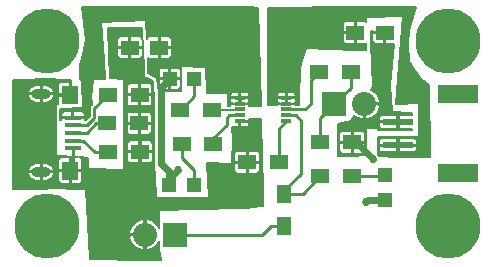
<source format=gtl>
G04 #@! TF.FileFunction,Copper,L1,Top,Signal*
%FSLAX46Y46*%
G04 Gerber Fmt 4.6, Leading zero omitted, Abs format (unit mm)*
G04 Created by KiCad (PCBNEW (2015-01-29 BZR 5396)-product) date 3/24/2015 7:03:01 PM*
%MOMM*%
G01*
G04 APERTURE LIST*
%ADD10C,0.100000*%
%ADD11R,1.500000X1.250000*%
%ADD12R,1.198880X1.198880*%
%ADD13R,2.032000X2.032000*%
%ADD14O,2.032000X2.032000*%
%ADD15R,2.600000X0.500000*%
%ADD16R,3.400000X1.500000*%
%ADD17R,1.500000X1.300000*%
%ADD18R,1.300000X1.500000*%
%ADD19R,0.950000X0.330000*%
%ADD20O,1.600000X0.900000*%
%ADD21R,1.350000X0.400000*%
%ADD22R,1.400000X1.600000*%
%ADD23C,5.500000*%
%ADD24C,0.686000*%
%ADD25C,0.152000*%
%ADD26C,0.254000*%
%ADD27C,0.610000*%
G04 APERTURE END LIST*
D10*
D11*
X90860000Y-76700000D03*
X88360000Y-76700000D03*
X107460000Y-75420000D03*
X109960000Y-75420000D03*
D12*
X91680980Y-88350000D03*
X93779020Y-88350000D03*
X91740980Y-79320000D03*
X93839020Y-79320000D03*
D13*
X92190000Y-92540000D03*
D14*
X89650000Y-92540000D03*
D15*
X111065000Y-84967500D03*
X111065000Y-82967500D03*
D16*
X116165000Y-87317500D03*
X116165000Y-80617500D03*
D17*
X104490000Y-87560000D03*
X107190000Y-87560000D03*
X95450000Y-84840000D03*
X92750000Y-84840000D03*
X95330000Y-81990000D03*
X92630000Y-81990000D03*
D18*
X101460000Y-91760000D03*
X101460000Y-89060000D03*
D17*
X101000000Y-86400000D03*
X98300000Y-86400000D03*
X89190000Y-80690000D03*
X86490000Y-80690000D03*
X89170000Y-83120000D03*
X86470000Y-83120000D03*
X89220000Y-85520000D03*
X86520000Y-85520000D03*
D19*
X97670000Y-80935000D03*
X97670000Y-81435000D03*
X97670000Y-81935000D03*
X97670000Y-82435000D03*
X97670000Y-82935000D03*
X101620000Y-82935000D03*
X101620000Y-82435000D03*
X101620000Y-81935000D03*
X101620000Y-81435000D03*
X101620000Y-80935000D03*
D20*
X80865000Y-87215000D03*
X80865000Y-80615000D03*
D21*
X83540000Y-85215000D03*
X83540000Y-84565000D03*
X83540000Y-83915000D03*
X83540000Y-83265000D03*
X83540000Y-82615000D03*
D22*
X83315000Y-80715000D03*
X83315000Y-87115000D03*
D12*
X109970000Y-89589020D03*
X109970000Y-87490980D03*
D23*
X115315000Y-76135000D03*
X115315000Y-91795000D03*
X81335000Y-76135000D03*
X81335000Y-91785000D03*
D17*
X104350000Y-78740000D03*
X107050000Y-78740000D03*
X104490000Y-84710000D03*
X107190000Y-84710000D03*
D13*
X105690000Y-81460000D03*
D14*
X108230000Y-81460000D03*
D24*
X107990000Y-83200000D03*
X110080000Y-81880000D03*
X109900000Y-80420000D03*
X110050000Y-78820000D03*
X109350000Y-77140000D03*
X89020000Y-79020000D03*
X87400000Y-78540000D03*
X97540000Y-84230000D03*
X99030000Y-84670000D03*
X96010000Y-89460000D03*
X92350000Y-89950000D03*
X89230000Y-89730000D03*
X87710000Y-91630000D03*
X87400000Y-94030000D03*
X85570000Y-93080000D03*
X85380000Y-90260000D03*
X87100000Y-89190000D03*
X89000000Y-87630000D03*
X86790000Y-87630000D03*
X85180000Y-88450000D03*
X79340000Y-88190000D03*
X79170000Y-81920000D03*
X81380000Y-82140000D03*
X81380000Y-84160000D03*
X79130000Y-84120000D03*
X78940000Y-86030000D03*
X81470000Y-85860000D03*
X108940000Y-86160000D03*
X99020000Y-88050000D03*
X113320000Y-84990000D03*
X113300000Y-82670000D03*
X113140000Y-80390000D03*
X111640000Y-80830000D03*
X111700000Y-78740000D03*
X111920000Y-73680000D03*
X107800000Y-73780000D03*
X105540000Y-74140000D03*
X103970000Y-74180000D03*
X102150000Y-75130000D03*
X100700000Y-74070000D03*
X100580000Y-77080000D03*
X100700000Y-79590000D03*
X102180000Y-79590000D03*
X102300000Y-77000000D03*
X103940000Y-76120000D03*
X105840000Y-76120000D03*
X84760000Y-79830000D03*
X85690000Y-78840000D03*
X85310000Y-76430000D03*
X84960000Y-74460000D03*
X86820000Y-73810000D03*
X88830000Y-73810000D03*
X91320000Y-73870000D03*
X93600000Y-75610000D03*
X93510000Y-73820000D03*
X95280000Y-73840000D03*
X95400000Y-75820000D03*
X97220000Y-77850000D03*
X97160000Y-75830000D03*
X96930000Y-73760000D03*
X98720000Y-73810000D03*
X98800000Y-75770000D03*
X98890000Y-77820000D03*
X98940000Y-79840000D03*
X97480000Y-79840000D03*
X95660000Y-79870000D03*
X95600000Y-77890000D03*
X93820000Y-77660000D03*
X92600000Y-76700000D03*
X92480000Y-87030000D03*
X108350000Y-89730000D03*
D25*
X109960000Y-75420000D02*
X109960000Y-76530000D01*
X108760000Y-83200000D02*
X107990000Y-83200000D01*
X110080000Y-81880000D02*
X108760000Y-83200000D01*
X109940000Y-80380000D02*
X109900000Y-80420000D01*
X109940000Y-78930000D02*
X109940000Y-80380000D01*
X110050000Y-78820000D02*
X109940000Y-78930000D01*
X109960000Y-76530000D02*
X109350000Y-77140000D01*
X88360000Y-76700000D02*
X88360000Y-77580000D01*
X88360000Y-77580000D02*
X87400000Y-78540000D01*
X98300000Y-86400000D02*
X98300000Y-85400000D01*
X97550000Y-84230000D02*
X97550000Y-84220000D01*
X97540000Y-84230000D02*
X97550000Y-84230000D01*
X98300000Y-85400000D02*
X99030000Y-84670000D01*
X95590000Y-89880000D02*
X96010000Y-89460000D01*
X92420000Y-89880000D02*
X95590000Y-89880000D01*
X92350000Y-89950000D02*
X92420000Y-89880000D01*
X89230000Y-90110000D02*
X89230000Y-89730000D01*
X87710000Y-91630000D02*
X89230000Y-90110000D01*
X86520000Y-94030000D02*
X87400000Y-94030000D01*
X85570000Y-93080000D02*
X86520000Y-94030000D01*
X86030000Y-90260000D02*
X85380000Y-90260000D01*
X87100000Y-89190000D02*
X86030000Y-90260000D01*
X86790000Y-87630000D02*
X89000000Y-87630000D01*
X79600000Y-88450000D02*
X85180000Y-88450000D01*
X79340000Y-88190000D02*
X79600000Y-88450000D01*
X79170000Y-81920000D02*
X79390000Y-82140000D01*
X79390000Y-82140000D02*
X81380000Y-82140000D01*
X81380000Y-84160000D02*
X81340000Y-84120000D01*
X81340000Y-84120000D02*
X79130000Y-84120000D01*
X78940000Y-86030000D02*
X79210000Y-85760000D01*
X79210000Y-85760000D02*
X81370000Y-85760000D01*
X81370000Y-85760000D02*
X81470000Y-85860000D01*
D26*
X83215000Y-80615000D02*
X83315000Y-80715000D01*
X83540000Y-85215000D02*
X83540000Y-86890000D01*
X83540000Y-86890000D02*
X83315000Y-87115000D01*
D27*
X107190000Y-84710000D02*
X107340000Y-84710000D01*
X99020000Y-88050000D02*
X99040000Y-88050000D01*
X107490000Y-84710000D02*
X108940000Y-86160000D01*
X107190000Y-84710000D02*
X107490000Y-84710000D01*
D26*
X93779020Y-87099020D02*
X92750000Y-86070000D01*
X92750000Y-86070000D02*
X92750000Y-84840000D01*
X93779020Y-88350000D02*
X93779020Y-87099020D01*
X92630000Y-81990000D02*
X92660000Y-81990000D01*
X92660000Y-81990000D02*
X93839020Y-80810980D01*
X93839020Y-80810980D02*
X93839020Y-79320000D01*
X99560000Y-92540000D02*
X100340000Y-91760000D01*
X100340000Y-91760000D02*
X101460000Y-91760000D01*
X92190000Y-92540000D02*
X99560000Y-92540000D01*
X102990000Y-89060000D02*
X104490000Y-87560000D01*
X101460000Y-89060000D02*
X102990000Y-89060000D01*
X102860000Y-87380000D02*
X102860000Y-82870000D01*
X102860000Y-82870000D02*
X102425000Y-82435000D01*
X102425000Y-82435000D02*
X101620000Y-82435000D01*
X101460000Y-88780000D02*
X102860000Y-87380000D01*
X101460000Y-89060000D02*
X101460000Y-88780000D01*
X109900980Y-87560000D02*
X109970000Y-87490980D01*
X107190000Y-87560000D02*
X109900980Y-87560000D01*
X95450000Y-84840000D02*
X95450000Y-84330000D01*
X95450000Y-84330000D02*
X96570000Y-83210000D01*
X96765000Y-82435000D02*
X97670000Y-82435000D01*
X96570000Y-82630000D02*
X96765000Y-82435000D01*
X96570000Y-83210000D02*
X96570000Y-82630000D01*
D25*
X95450000Y-84840000D02*
X95450000Y-84450000D01*
X95330000Y-81990000D02*
X97615000Y-81990000D01*
X97615000Y-81990000D02*
X97670000Y-81935000D01*
D26*
X101000000Y-83555000D02*
X101620000Y-82935000D01*
X101000000Y-86400000D02*
X101000000Y-83555000D01*
X84755000Y-83265000D02*
X85360000Y-82660000D01*
X85360000Y-82660000D02*
X85360000Y-81820000D01*
X85360000Y-81820000D02*
X86490000Y-80690000D01*
X83540000Y-83265000D02*
X84755000Y-83265000D01*
X83540000Y-83915000D02*
X84705000Y-83915000D01*
X85500000Y-83120000D02*
X86470000Y-83120000D01*
X84705000Y-83915000D02*
X85500000Y-83120000D01*
X83540000Y-84565000D02*
X84425000Y-84565000D01*
X85380000Y-85520000D02*
X86520000Y-85520000D01*
X84425000Y-84565000D02*
X85380000Y-85520000D01*
X101620000Y-81935000D02*
X103185000Y-81935000D01*
X103680000Y-79410000D02*
X104350000Y-78740000D01*
X103680000Y-81440000D02*
X103680000Y-79410000D01*
X103185000Y-81935000D02*
X103680000Y-81440000D01*
D25*
X107460000Y-75420000D02*
X106540000Y-75420000D01*
X113320000Y-82690000D02*
X113320000Y-84990000D01*
X113300000Y-82670000D02*
X113320000Y-82690000D01*
X112080000Y-80390000D02*
X113140000Y-80390000D01*
X111640000Y-80830000D02*
X112080000Y-80390000D01*
X111700000Y-73900000D02*
X111700000Y-78740000D01*
X111920000Y-73680000D02*
X111700000Y-73900000D01*
X105900000Y-73780000D02*
X107800000Y-73780000D01*
X105540000Y-74140000D02*
X105900000Y-73780000D01*
X103100000Y-74180000D02*
X103970000Y-74180000D01*
X102150000Y-75130000D02*
X103100000Y-74180000D01*
X100700000Y-76960000D02*
X100700000Y-74070000D01*
X100580000Y-77080000D02*
X100700000Y-76960000D01*
X102180000Y-79590000D02*
X100700000Y-79590000D01*
X103060000Y-77000000D02*
X102300000Y-77000000D01*
X103940000Y-76120000D02*
X103060000Y-77000000D01*
X106540000Y-75420000D02*
X105840000Y-76120000D01*
D26*
X101620000Y-81435000D02*
X101620000Y-80935000D01*
D25*
X90860000Y-76700000D02*
X92600000Y-76700000D01*
X84760000Y-79770000D02*
X84760000Y-79830000D01*
X85690000Y-78840000D02*
X84760000Y-79770000D01*
X85310000Y-74810000D02*
X85310000Y-76430000D01*
X84960000Y-74460000D02*
X85310000Y-74810000D01*
X88830000Y-73810000D02*
X86820000Y-73810000D01*
X91860000Y-73870000D02*
X91320000Y-73870000D01*
X93600000Y-75610000D02*
X91860000Y-73870000D01*
X95260000Y-73820000D02*
X93510000Y-73820000D01*
X95280000Y-73840000D02*
X95260000Y-73820000D01*
X95400000Y-76030000D02*
X95400000Y-75820000D01*
X97220000Y-77850000D02*
X95400000Y-76030000D01*
X97160000Y-73990000D02*
X97160000Y-75830000D01*
X96930000Y-73760000D02*
X97160000Y-73990000D01*
X98720000Y-75690000D02*
X98720000Y-73810000D01*
X98800000Y-75770000D02*
X98720000Y-75690000D01*
X98890000Y-79790000D02*
X98890000Y-77820000D01*
X98940000Y-79840000D02*
X98890000Y-79790000D01*
X95690000Y-79840000D02*
X97480000Y-79840000D01*
X95660000Y-79870000D02*
X95690000Y-79840000D01*
X94050000Y-77890000D02*
X95600000Y-77890000D01*
X93820000Y-77660000D02*
X94050000Y-77890000D01*
D27*
X91680980Y-88350000D02*
X91680980Y-87170980D01*
X91030000Y-80030980D02*
X91740980Y-79320000D01*
X91030000Y-86520000D02*
X91030000Y-80030980D01*
X91680980Y-87170980D02*
X91030000Y-86520000D01*
D26*
X91310000Y-87979020D02*
X91680980Y-88350000D01*
X97670000Y-80935000D02*
X97670000Y-81435000D01*
D27*
X108350000Y-89730000D02*
X108490980Y-89589020D01*
X108490980Y-89589020D02*
X109970000Y-89589020D01*
X91680980Y-87829020D02*
X92480000Y-87030000D01*
X91680980Y-88350000D02*
X91680980Y-87829020D01*
D26*
X104490000Y-84710000D02*
X104490000Y-82660000D01*
X104490000Y-82660000D02*
X105690000Y-81460000D01*
X107050000Y-78740000D02*
X107050000Y-80100000D01*
X107050000Y-80100000D02*
X105690000Y-81460000D01*
D25*
G36*
X99632567Y-90110819D02*
X99380000Y-90134114D01*
X99380000Y-87115641D01*
X99380000Y-86984359D01*
X99380000Y-86533500D01*
X99380000Y-86266500D01*
X99380000Y-85815641D01*
X99380000Y-85684359D01*
X99329760Y-85563070D01*
X99236930Y-85470239D01*
X99115641Y-85420000D01*
X98475000Y-85420000D01*
X98475000Y-83165641D01*
X98475000Y-83068500D01*
X98392500Y-82986000D01*
X97721000Y-82986000D01*
X97721000Y-83347500D01*
X97803500Y-83430000D01*
X98210641Y-83430000D01*
X98331930Y-83379761D01*
X98424760Y-83286930D01*
X98475000Y-83165641D01*
X98475000Y-85420000D01*
X98433500Y-85420000D01*
X98351000Y-85502500D01*
X98351000Y-86349000D01*
X99297500Y-86349000D01*
X99380000Y-86266500D01*
X99380000Y-86533500D01*
X99297500Y-86451000D01*
X98351000Y-86451000D01*
X98351000Y-87297500D01*
X98433500Y-87380000D01*
X99115641Y-87380000D01*
X99236930Y-87329761D01*
X99329760Y-87236930D01*
X99380000Y-87115641D01*
X99380000Y-90134114D01*
X98249000Y-90238429D01*
X98249000Y-87297500D01*
X98249000Y-86451000D01*
X98249000Y-86349000D01*
X98249000Y-85502500D01*
X98166500Y-85420000D01*
X97484359Y-85420000D01*
X97363070Y-85470239D01*
X97270240Y-85563070D01*
X97220000Y-85684359D01*
X97220000Y-85815641D01*
X97220000Y-86266500D01*
X97302500Y-86349000D01*
X98249000Y-86349000D01*
X98249000Y-86451000D01*
X97302500Y-86451000D01*
X97220000Y-86533500D01*
X97220000Y-86984359D01*
X97220000Y-87115641D01*
X97270240Y-87236930D01*
X97363070Y-87329761D01*
X97484359Y-87380000D01*
X98166500Y-87380000D01*
X98249000Y-87297500D01*
X98249000Y-90238429D01*
X97645544Y-90294088D01*
X90800087Y-90467275D01*
X90828304Y-91934592D01*
X90770186Y-91793735D01*
X90399334Y-91421864D01*
X90300000Y-91380558D01*
X90300000Y-86235641D01*
X90300000Y-86104359D01*
X90300000Y-85653500D01*
X90300000Y-85386500D01*
X90300000Y-84935641D01*
X90300000Y-84804359D01*
X90270000Y-84731933D01*
X90270000Y-81405641D01*
X90270000Y-81274359D01*
X90270000Y-80823500D01*
X90270000Y-80556500D01*
X90270000Y-80105641D01*
X90270000Y-79974359D01*
X90219760Y-79853070D01*
X90126930Y-79760239D01*
X90005641Y-79710000D01*
X89440000Y-79710000D01*
X89440000Y-77390641D01*
X89440000Y-77259359D01*
X89440000Y-76833500D01*
X89357500Y-76751000D01*
X88411000Y-76751000D01*
X88411000Y-77572500D01*
X88493500Y-77655000D01*
X89175641Y-77655000D01*
X89296930Y-77604761D01*
X89389760Y-77511930D01*
X89440000Y-77390641D01*
X89440000Y-79710000D01*
X89323500Y-79710000D01*
X89241000Y-79792500D01*
X89241000Y-80639000D01*
X90187500Y-80639000D01*
X90270000Y-80556500D01*
X90270000Y-80823500D01*
X90187500Y-80741000D01*
X89241000Y-80741000D01*
X89241000Y-81587500D01*
X89323500Y-81670000D01*
X90005641Y-81670000D01*
X90126930Y-81619761D01*
X90219760Y-81526930D01*
X90270000Y-81405641D01*
X90270000Y-84731933D01*
X90250000Y-84683649D01*
X90250000Y-83835641D01*
X90250000Y-83704359D01*
X90250000Y-83253500D01*
X90250000Y-82986500D01*
X90250000Y-82535641D01*
X90250000Y-82404359D01*
X90199760Y-82283070D01*
X90106930Y-82190239D01*
X89985641Y-82140000D01*
X89303500Y-82140000D01*
X89221000Y-82222500D01*
X89221000Y-83069000D01*
X90167500Y-83069000D01*
X90250000Y-82986500D01*
X90250000Y-83253500D01*
X90167500Y-83171000D01*
X89221000Y-83171000D01*
X89221000Y-84017500D01*
X89303500Y-84100000D01*
X89985641Y-84100000D01*
X90106930Y-84049761D01*
X90199760Y-83956930D01*
X90250000Y-83835641D01*
X90250000Y-84683649D01*
X90249760Y-84683070D01*
X90156930Y-84590239D01*
X90035641Y-84540000D01*
X89353500Y-84540000D01*
X89271000Y-84622500D01*
X89271000Y-85469000D01*
X90217500Y-85469000D01*
X90300000Y-85386500D01*
X90300000Y-85653500D01*
X90217500Y-85571000D01*
X89271000Y-85571000D01*
X89271000Y-86417500D01*
X89353500Y-86500000D01*
X90035641Y-86500000D01*
X90156930Y-86449761D01*
X90249760Y-86356930D01*
X90300000Y-86235641D01*
X90300000Y-91380558D01*
X89914402Y-91220219D01*
X89910782Y-91219505D01*
X89701000Y-91277530D01*
X89701000Y-92489000D01*
X89721000Y-92489000D01*
X89721000Y-92591000D01*
X89701000Y-92591000D01*
X89701000Y-93802470D01*
X89910782Y-93860495D01*
X89914402Y-93859781D01*
X90399334Y-93658136D01*
X90770186Y-93286265D01*
X90850552Y-93091486D01*
X90864107Y-93796296D01*
X90990947Y-94657000D01*
X90212296Y-94657000D01*
X89599000Y-94652053D01*
X89599000Y-93802470D01*
X89599000Y-92591000D01*
X89599000Y-92489000D01*
X89599000Y-91277530D01*
X89389218Y-91219505D01*
X89385598Y-91220219D01*
X89169000Y-91310285D01*
X89169000Y-86417500D01*
X89169000Y-85571000D01*
X89169000Y-85469000D01*
X89169000Y-84622500D01*
X89139000Y-84592500D01*
X89139000Y-81587500D01*
X89139000Y-80741000D01*
X89139000Y-80639000D01*
X89139000Y-79792500D01*
X89056500Y-79710000D01*
X88374359Y-79710000D01*
X88309000Y-79737072D01*
X88309000Y-77572500D01*
X88309000Y-76751000D01*
X88309000Y-76649000D01*
X88309000Y-75827500D01*
X88226500Y-75745000D01*
X87544359Y-75745000D01*
X87423070Y-75795239D01*
X87330240Y-75888070D01*
X87280000Y-76009359D01*
X87280000Y-76140641D01*
X87280000Y-76566500D01*
X87362500Y-76649000D01*
X88309000Y-76649000D01*
X88309000Y-76751000D01*
X87362500Y-76751000D01*
X87280000Y-76833500D01*
X87280000Y-77259359D01*
X87280000Y-77390641D01*
X87330240Y-77511930D01*
X87423070Y-77604761D01*
X87544359Y-77655000D01*
X88226500Y-77655000D01*
X88309000Y-77572500D01*
X88309000Y-79737072D01*
X88253070Y-79760239D01*
X88160240Y-79853070D01*
X88110000Y-79974359D01*
X88110000Y-80105641D01*
X88110000Y-80556500D01*
X88192500Y-80639000D01*
X89139000Y-80639000D01*
X89139000Y-80741000D01*
X88192500Y-80741000D01*
X88110000Y-80823500D01*
X88110000Y-81274359D01*
X88110000Y-81405641D01*
X88160240Y-81526930D01*
X88253070Y-81619761D01*
X88374359Y-81670000D01*
X89056500Y-81670000D01*
X89139000Y-81587500D01*
X89139000Y-84592500D01*
X89119000Y-84572500D01*
X89119000Y-84017500D01*
X89119000Y-83171000D01*
X89119000Y-83069000D01*
X89119000Y-82222500D01*
X89036500Y-82140000D01*
X88354359Y-82140000D01*
X88233070Y-82190239D01*
X88140240Y-82283070D01*
X88090000Y-82404359D01*
X88090000Y-82535641D01*
X88090000Y-82986500D01*
X88172500Y-83069000D01*
X89119000Y-83069000D01*
X89119000Y-83171000D01*
X88172500Y-83171000D01*
X88090000Y-83253500D01*
X88090000Y-83704359D01*
X88090000Y-83835641D01*
X88140240Y-83956930D01*
X88233070Y-84049761D01*
X88354359Y-84100000D01*
X89036500Y-84100000D01*
X89119000Y-84017500D01*
X89119000Y-84572500D01*
X89086500Y-84540000D01*
X88404359Y-84540000D01*
X88283070Y-84590239D01*
X88190240Y-84683070D01*
X88140000Y-84804359D01*
X88140000Y-84935641D01*
X88140000Y-85386500D01*
X88222500Y-85469000D01*
X89169000Y-85469000D01*
X89169000Y-85571000D01*
X88222500Y-85571000D01*
X88140000Y-85653500D01*
X88140000Y-86104359D01*
X88140000Y-86235641D01*
X88190240Y-86356930D01*
X88283070Y-86449761D01*
X88404359Y-86500000D01*
X89086500Y-86500000D01*
X89169000Y-86417500D01*
X89169000Y-91310285D01*
X88900666Y-91421864D01*
X88529814Y-91793735D01*
X88329500Y-92279218D01*
X88387462Y-92489000D01*
X89599000Y-92489000D01*
X89599000Y-92591000D01*
X88387462Y-92591000D01*
X88329500Y-92800782D01*
X88529814Y-93286265D01*
X88900666Y-93658136D01*
X89385598Y-93859781D01*
X89389218Y-93860495D01*
X89599000Y-93802470D01*
X89599000Y-94652053D01*
X84952535Y-94614582D01*
X84672595Y-88665852D01*
X84345000Y-88657379D01*
X84345000Y-87980641D01*
X84345000Y-87248500D01*
X84262500Y-87166000D01*
X83366000Y-87166000D01*
X83366000Y-88162500D01*
X83448500Y-88245000D01*
X83949359Y-88245000D01*
X84080641Y-88245000D01*
X84201930Y-88194760D01*
X84294761Y-88101930D01*
X84345000Y-87980641D01*
X84345000Y-88657379D01*
X83264000Y-88629422D01*
X83264000Y-88162500D01*
X83264000Y-87166000D01*
X83264000Y-87064000D01*
X83264000Y-86067500D01*
X83181500Y-85985000D01*
X82680641Y-85985000D01*
X82549359Y-85985000D01*
X82428070Y-86035240D01*
X82335239Y-86128070D01*
X82285000Y-86249359D01*
X82285000Y-86981500D01*
X82367500Y-87064000D01*
X83264000Y-87064000D01*
X83264000Y-87166000D01*
X82367500Y-87166000D01*
X82285000Y-87248500D01*
X82285000Y-87980641D01*
X82335239Y-88101930D01*
X82428070Y-88194760D01*
X82549359Y-88245000D01*
X82680641Y-88245000D01*
X83181500Y-88245000D01*
X83264000Y-88162500D01*
X83264000Y-88629422D01*
X82649860Y-88613540D01*
X81975770Y-88625272D01*
X81975770Y-87387130D01*
X81975770Y-87042870D01*
X81975770Y-80787130D01*
X81975770Y-80442870D01*
X81955143Y-80363625D01*
X81802606Y-80099519D01*
X81560611Y-79913891D01*
X81266000Y-79835000D01*
X80916000Y-79835000D01*
X80916000Y-80564000D01*
X81910633Y-80564000D01*
X81975770Y-80442870D01*
X81975770Y-80787130D01*
X81910633Y-80666000D01*
X80916000Y-80666000D01*
X80916000Y-81395000D01*
X81266000Y-81395000D01*
X81560611Y-81316109D01*
X81802606Y-81130481D01*
X81955143Y-80866375D01*
X81975770Y-80787130D01*
X81975770Y-87042870D01*
X81955143Y-86963625D01*
X81802606Y-86699519D01*
X81560611Y-86513891D01*
X81266000Y-86435000D01*
X80916000Y-86435000D01*
X80916000Y-87164000D01*
X81910633Y-87164000D01*
X81975770Y-87042870D01*
X81975770Y-87387130D01*
X81910633Y-87266000D01*
X80916000Y-87266000D01*
X80916000Y-87995000D01*
X81266000Y-87995000D01*
X81560611Y-87916109D01*
X81802606Y-87730481D01*
X81955143Y-87466375D01*
X81975770Y-87387130D01*
X81975770Y-88625272D01*
X80814000Y-88645492D01*
X80814000Y-87995000D01*
X80814000Y-87266000D01*
X80814000Y-87164000D01*
X80814000Y-86435000D01*
X80814000Y-81395000D01*
X80814000Y-80666000D01*
X80814000Y-80564000D01*
X80814000Y-79835000D01*
X80464000Y-79835000D01*
X80169389Y-79913891D01*
X79927394Y-80099519D01*
X79774857Y-80363625D01*
X79754230Y-80442870D01*
X79819367Y-80564000D01*
X80814000Y-80564000D01*
X80814000Y-80666000D01*
X79819367Y-80666000D01*
X79754230Y-80787130D01*
X79774857Y-80866375D01*
X79927394Y-81130481D01*
X80169389Y-81316109D01*
X80464000Y-81395000D01*
X80814000Y-81395000D01*
X80814000Y-86435000D01*
X80464000Y-86435000D01*
X80169389Y-86513891D01*
X79927394Y-86699519D01*
X79774857Y-86963625D01*
X79754230Y-87042870D01*
X79819367Y-87164000D01*
X80814000Y-87164000D01*
X80814000Y-87266000D01*
X79819367Y-87266000D01*
X79754230Y-87387130D01*
X79774857Y-87466375D01*
X79927394Y-87730481D01*
X80169389Y-87916109D01*
X80464000Y-87995000D01*
X80814000Y-87995000D01*
X80814000Y-88645492D01*
X78443000Y-88686760D01*
X78443000Y-80635972D01*
X78450526Y-79459423D01*
X82088760Y-79382626D01*
X82088628Y-79425427D01*
X83417598Y-79435456D01*
X83426008Y-79607491D01*
X83366000Y-79667500D01*
X83366000Y-80664000D01*
X83386000Y-80664000D01*
X83386000Y-80766000D01*
X83366000Y-80766000D01*
X83366000Y-80786000D01*
X83264000Y-80786000D01*
X83264000Y-80766000D01*
X83264000Y-80664000D01*
X83264000Y-79667500D01*
X83181500Y-79585000D01*
X82680641Y-79585000D01*
X82549359Y-79585000D01*
X82428070Y-79635240D01*
X82335239Y-79728070D01*
X82285000Y-79849359D01*
X82285000Y-80581500D01*
X82367500Y-80664000D01*
X83264000Y-80664000D01*
X83264000Y-80766000D01*
X82367500Y-80766000D01*
X82285000Y-80848500D01*
X82285000Y-81497372D01*
X82102274Y-81492287D01*
X82078609Y-85897052D01*
X83974426Y-85985000D01*
X83949359Y-85985000D01*
X83448500Y-85985000D01*
X83366000Y-86067500D01*
X83366000Y-87064000D01*
X84262500Y-87064000D01*
X84345000Y-86981500D01*
X84345000Y-86249359D01*
X84294761Y-86128070D01*
X84201930Y-86035240D01*
X84094036Y-85990548D01*
X84787761Y-86022731D01*
X84837831Y-86964051D01*
X87906627Y-87048128D01*
X87845474Y-79393848D01*
X86702870Y-79233483D01*
X86499729Y-75035219D01*
X89397029Y-75006721D01*
X89437141Y-76002458D01*
X89389760Y-75888070D01*
X89296930Y-75795239D01*
X89175641Y-75745000D01*
X88493500Y-75745000D01*
X88411000Y-75827500D01*
X88411000Y-76649000D01*
X89357500Y-76649000D01*
X89440000Y-76566500D01*
X89440000Y-76140641D01*
X89440000Y-76073409D01*
X89565880Y-79198187D01*
X90296704Y-79558593D01*
X90403767Y-81394773D01*
X90414009Y-86775008D01*
X90504130Y-87465932D01*
X90555971Y-89432877D01*
X95059421Y-89446236D01*
X94929479Y-86487542D01*
X97003542Y-86527428D01*
X97074015Y-84342746D01*
X97012405Y-83381556D01*
X97129359Y-83430000D01*
X97536500Y-83430000D01*
X97619000Y-83347500D01*
X97619000Y-82986000D01*
X97599000Y-82986000D01*
X97599000Y-82884000D01*
X97619000Y-82884000D01*
X97619000Y-82864000D01*
X97721000Y-82864000D01*
X97721000Y-82884000D01*
X98392500Y-82884000D01*
X98475000Y-82801500D01*
X98475000Y-82742050D01*
X99436260Y-82745719D01*
X99486234Y-84394404D01*
X99515517Y-84394857D01*
X99632567Y-90110819D01*
X99632567Y-90110819D01*
G37*
X99632567Y-90110819D02*
X99380000Y-90134114D01*
X99380000Y-87115641D01*
X99380000Y-86984359D01*
X99380000Y-86533500D01*
X99380000Y-86266500D01*
X99380000Y-85815641D01*
X99380000Y-85684359D01*
X99329760Y-85563070D01*
X99236930Y-85470239D01*
X99115641Y-85420000D01*
X98475000Y-85420000D01*
X98475000Y-83165641D01*
X98475000Y-83068500D01*
X98392500Y-82986000D01*
X97721000Y-82986000D01*
X97721000Y-83347500D01*
X97803500Y-83430000D01*
X98210641Y-83430000D01*
X98331930Y-83379761D01*
X98424760Y-83286930D01*
X98475000Y-83165641D01*
X98475000Y-85420000D01*
X98433500Y-85420000D01*
X98351000Y-85502500D01*
X98351000Y-86349000D01*
X99297500Y-86349000D01*
X99380000Y-86266500D01*
X99380000Y-86533500D01*
X99297500Y-86451000D01*
X98351000Y-86451000D01*
X98351000Y-87297500D01*
X98433500Y-87380000D01*
X99115641Y-87380000D01*
X99236930Y-87329761D01*
X99329760Y-87236930D01*
X99380000Y-87115641D01*
X99380000Y-90134114D01*
X98249000Y-90238429D01*
X98249000Y-87297500D01*
X98249000Y-86451000D01*
X98249000Y-86349000D01*
X98249000Y-85502500D01*
X98166500Y-85420000D01*
X97484359Y-85420000D01*
X97363070Y-85470239D01*
X97270240Y-85563070D01*
X97220000Y-85684359D01*
X97220000Y-85815641D01*
X97220000Y-86266500D01*
X97302500Y-86349000D01*
X98249000Y-86349000D01*
X98249000Y-86451000D01*
X97302500Y-86451000D01*
X97220000Y-86533500D01*
X97220000Y-86984359D01*
X97220000Y-87115641D01*
X97270240Y-87236930D01*
X97363070Y-87329761D01*
X97484359Y-87380000D01*
X98166500Y-87380000D01*
X98249000Y-87297500D01*
X98249000Y-90238429D01*
X97645544Y-90294088D01*
X90800087Y-90467275D01*
X90828304Y-91934592D01*
X90770186Y-91793735D01*
X90399334Y-91421864D01*
X90300000Y-91380558D01*
X90300000Y-86235641D01*
X90300000Y-86104359D01*
X90300000Y-85653500D01*
X90300000Y-85386500D01*
X90300000Y-84935641D01*
X90300000Y-84804359D01*
X90270000Y-84731933D01*
X90270000Y-81405641D01*
X90270000Y-81274359D01*
X90270000Y-80823500D01*
X90270000Y-80556500D01*
X90270000Y-80105641D01*
X90270000Y-79974359D01*
X90219760Y-79853070D01*
X90126930Y-79760239D01*
X90005641Y-79710000D01*
X89440000Y-79710000D01*
X89440000Y-77390641D01*
X89440000Y-77259359D01*
X89440000Y-76833500D01*
X89357500Y-76751000D01*
X88411000Y-76751000D01*
X88411000Y-77572500D01*
X88493500Y-77655000D01*
X89175641Y-77655000D01*
X89296930Y-77604761D01*
X89389760Y-77511930D01*
X89440000Y-77390641D01*
X89440000Y-79710000D01*
X89323500Y-79710000D01*
X89241000Y-79792500D01*
X89241000Y-80639000D01*
X90187500Y-80639000D01*
X90270000Y-80556500D01*
X90270000Y-80823500D01*
X90187500Y-80741000D01*
X89241000Y-80741000D01*
X89241000Y-81587500D01*
X89323500Y-81670000D01*
X90005641Y-81670000D01*
X90126930Y-81619761D01*
X90219760Y-81526930D01*
X90270000Y-81405641D01*
X90270000Y-84731933D01*
X90250000Y-84683649D01*
X90250000Y-83835641D01*
X90250000Y-83704359D01*
X90250000Y-83253500D01*
X90250000Y-82986500D01*
X90250000Y-82535641D01*
X90250000Y-82404359D01*
X90199760Y-82283070D01*
X90106930Y-82190239D01*
X89985641Y-82140000D01*
X89303500Y-82140000D01*
X89221000Y-82222500D01*
X89221000Y-83069000D01*
X90167500Y-83069000D01*
X90250000Y-82986500D01*
X90250000Y-83253500D01*
X90167500Y-83171000D01*
X89221000Y-83171000D01*
X89221000Y-84017500D01*
X89303500Y-84100000D01*
X89985641Y-84100000D01*
X90106930Y-84049761D01*
X90199760Y-83956930D01*
X90250000Y-83835641D01*
X90250000Y-84683649D01*
X90249760Y-84683070D01*
X90156930Y-84590239D01*
X90035641Y-84540000D01*
X89353500Y-84540000D01*
X89271000Y-84622500D01*
X89271000Y-85469000D01*
X90217500Y-85469000D01*
X90300000Y-85386500D01*
X90300000Y-85653500D01*
X90217500Y-85571000D01*
X89271000Y-85571000D01*
X89271000Y-86417500D01*
X89353500Y-86500000D01*
X90035641Y-86500000D01*
X90156930Y-86449761D01*
X90249760Y-86356930D01*
X90300000Y-86235641D01*
X90300000Y-91380558D01*
X89914402Y-91220219D01*
X89910782Y-91219505D01*
X89701000Y-91277530D01*
X89701000Y-92489000D01*
X89721000Y-92489000D01*
X89721000Y-92591000D01*
X89701000Y-92591000D01*
X89701000Y-93802470D01*
X89910782Y-93860495D01*
X89914402Y-93859781D01*
X90399334Y-93658136D01*
X90770186Y-93286265D01*
X90850552Y-93091486D01*
X90864107Y-93796296D01*
X90990947Y-94657000D01*
X90212296Y-94657000D01*
X89599000Y-94652053D01*
X89599000Y-93802470D01*
X89599000Y-92591000D01*
X89599000Y-92489000D01*
X89599000Y-91277530D01*
X89389218Y-91219505D01*
X89385598Y-91220219D01*
X89169000Y-91310285D01*
X89169000Y-86417500D01*
X89169000Y-85571000D01*
X89169000Y-85469000D01*
X89169000Y-84622500D01*
X89139000Y-84592500D01*
X89139000Y-81587500D01*
X89139000Y-80741000D01*
X89139000Y-80639000D01*
X89139000Y-79792500D01*
X89056500Y-79710000D01*
X88374359Y-79710000D01*
X88309000Y-79737072D01*
X88309000Y-77572500D01*
X88309000Y-76751000D01*
X88309000Y-76649000D01*
X88309000Y-75827500D01*
X88226500Y-75745000D01*
X87544359Y-75745000D01*
X87423070Y-75795239D01*
X87330240Y-75888070D01*
X87280000Y-76009359D01*
X87280000Y-76140641D01*
X87280000Y-76566500D01*
X87362500Y-76649000D01*
X88309000Y-76649000D01*
X88309000Y-76751000D01*
X87362500Y-76751000D01*
X87280000Y-76833500D01*
X87280000Y-77259359D01*
X87280000Y-77390641D01*
X87330240Y-77511930D01*
X87423070Y-77604761D01*
X87544359Y-77655000D01*
X88226500Y-77655000D01*
X88309000Y-77572500D01*
X88309000Y-79737072D01*
X88253070Y-79760239D01*
X88160240Y-79853070D01*
X88110000Y-79974359D01*
X88110000Y-80105641D01*
X88110000Y-80556500D01*
X88192500Y-80639000D01*
X89139000Y-80639000D01*
X89139000Y-80741000D01*
X88192500Y-80741000D01*
X88110000Y-80823500D01*
X88110000Y-81274359D01*
X88110000Y-81405641D01*
X88160240Y-81526930D01*
X88253070Y-81619761D01*
X88374359Y-81670000D01*
X89056500Y-81670000D01*
X89139000Y-81587500D01*
X89139000Y-84592500D01*
X89119000Y-84572500D01*
X89119000Y-84017500D01*
X89119000Y-83171000D01*
X89119000Y-83069000D01*
X89119000Y-82222500D01*
X89036500Y-82140000D01*
X88354359Y-82140000D01*
X88233070Y-82190239D01*
X88140240Y-82283070D01*
X88090000Y-82404359D01*
X88090000Y-82535641D01*
X88090000Y-82986500D01*
X88172500Y-83069000D01*
X89119000Y-83069000D01*
X89119000Y-83171000D01*
X88172500Y-83171000D01*
X88090000Y-83253500D01*
X88090000Y-83704359D01*
X88090000Y-83835641D01*
X88140240Y-83956930D01*
X88233070Y-84049761D01*
X88354359Y-84100000D01*
X89036500Y-84100000D01*
X89119000Y-84017500D01*
X89119000Y-84572500D01*
X89086500Y-84540000D01*
X88404359Y-84540000D01*
X88283070Y-84590239D01*
X88190240Y-84683070D01*
X88140000Y-84804359D01*
X88140000Y-84935641D01*
X88140000Y-85386500D01*
X88222500Y-85469000D01*
X89169000Y-85469000D01*
X89169000Y-85571000D01*
X88222500Y-85571000D01*
X88140000Y-85653500D01*
X88140000Y-86104359D01*
X88140000Y-86235641D01*
X88190240Y-86356930D01*
X88283070Y-86449761D01*
X88404359Y-86500000D01*
X89086500Y-86500000D01*
X89169000Y-86417500D01*
X89169000Y-91310285D01*
X88900666Y-91421864D01*
X88529814Y-91793735D01*
X88329500Y-92279218D01*
X88387462Y-92489000D01*
X89599000Y-92489000D01*
X89599000Y-92591000D01*
X88387462Y-92591000D01*
X88329500Y-92800782D01*
X88529814Y-93286265D01*
X88900666Y-93658136D01*
X89385598Y-93859781D01*
X89389218Y-93860495D01*
X89599000Y-93802470D01*
X89599000Y-94652053D01*
X84952535Y-94614582D01*
X84672595Y-88665852D01*
X84345000Y-88657379D01*
X84345000Y-87980641D01*
X84345000Y-87248500D01*
X84262500Y-87166000D01*
X83366000Y-87166000D01*
X83366000Y-88162500D01*
X83448500Y-88245000D01*
X83949359Y-88245000D01*
X84080641Y-88245000D01*
X84201930Y-88194760D01*
X84294761Y-88101930D01*
X84345000Y-87980641D01*
X84345000Y-88657379D01*
X83264000Y-88629422D01*
X83264000Y-88162500D01*
X83264000Y-87166000D01*
X83264000Y-87064000D01*
X83264000Y-86067500D01*
X83181500Y-85985000D01*
X82680641Y-85985000D01*
X82549359Y-85985000D01*
X82428070Y-86035240D01*
X82335239Y-86128070D01*
X82285000Y-86249359D01*
X82285000Y-86981500D01*
X82367500Y-87064000D01*
X83264000Y-87064000D01*
X83264000Y-87166000D01*
X82367500Y-87166000D01*
X82285000Y-87248500D01*
X82285000Y-87980641D01*
X82335239Y-88101930D01*
X82428070Y-88194760D01*
X82549359Y-88245000D01*
X82680641Y-88245000D01*
X83181500Y-88245000D01*
X83264000Y-88162500D01*
X83264000Y-88629422D01*
X82649860Y-88613540D01*
X81975770Y-88625272D01*
X81975770Y-87387130D01*
X81975770Y-87042870D01*
X81975770Y-80787130D01*
X81975770Y-80442870D01*
X81955143Y-80363625D01*
X81802606Y-80099519D01*
X81560611Y-79913891D01*
X81266000Y-79835000D01*
X80916000Y-79835000D01*
X80916000Y-80564000D01*
X81910633Y-80564000D01*
X81975770Y-80442870D01*
X81975770Y-80787130D01*
X81910633Y-80666000D01*
X80916000Y-80666000D01*
X80916000Y-81395000D01*
X81266000Y-81395000D01*
X81560611Y-81316109D01*
X81802606Y-81130481D01*
X81955143Y-80866375D01*
X81975770Y-80787130D01*
X81975770Y-87042870D01*
X81955143Y-86963625D01*
X81802606Y-86699519D01*
X81560611Y-86513891D01*
X81266000Y-86435000D01*
X80916000Y-86435000D01*
X80916000Y-87164000D01*
X81910633Y-87164000D01*
X81975770Y-87042870D01*
X81975770Y-87387130D01*
X81910633Y-87266000D01*
X80916000Y-87266000D01*
X80916000Y-87995000D01*
X81266000Y-87995000D01*
X81560611Y-87916109D01*
X81802606Y-87730481D01*
X81955143Y-87466375D01*
X81975770Y-87387130D01*
X81975770Y-88625272D01*
X80814000Y-88645492D01*
X80814000Y-87995000D01*
X80814000Y-87266000D01*
X80814000Y-87164000D01*
X80814000Y-86435000D01*
X80814000Y-81395000D01*
X80814000Y-80666000D01*
X80814000Y-80564000D01*
X80814000Y-79835000D01*
X80464000Y-79835000D01*
X80169389Y-79913891D01*
X79927394Y-80099519D01*
X79774857Y-80363625D01*
X79754230Y-80442870D01*
X79819367Y-80564000D01*
X80814000Y-80564000D01*
X80814000Y-80666000D01*
X79819367Y-80666000D01*
X79754230Y-80787130D01*
X79774857Y-80866375D01*
X79927394Y-81130481D01*
X80169389Y-81316109D01*
X80464000Y-81395000D01*
X80814000Y-81395000D01*
X80814000Y-86435000D01*
X80464000Y-86435000D01*
X80169389Y-86513891D01*
X79927394Y-86699519D01*
X79774857Y-86963625D01*
X79754230Y-87042870D01*
X79819367Y-87164000D01*
X80814000Y-87164000D01*
X80814000Y-87266000D01*
X79819367Y-87266000D01*
X79754230Y-87387130D01*
X79774857Y-87466375D01*
X79927394Y-87730481D01*
X80169389Y-87916109D01*
X80464000Y-87995000D01*
X80814000Y-87995000D01*
X80814000Y-88645492D01*
X78443000Y-88686760D01*
X78443000Y-80635972D01*
X78450526Y-79459423D01*
X82088760Y-79382626D01*
X82088628Y-79425427D01*
X83417598Y-79435456D01*
X83426008Y-79607491D01*
X83366000Y-79667500D01*
X83366000Y-80664000D01*
X83386000Y-80664000D01*
X83386000Y-80766000D01*
X83366000Y-80766000D01*
X83366000Y-80786000D01*
X83264000Y-80786000D01*
X83264000Y-80766000D01*
X83264000Y-80664000D01*
X83264000Y-79667500D01*
X83181500Y-79585000D01*
X82680641Y-79585000D01*
X82549359Y-79585000D01*
X82428070Y-79635240D01*
X82335239Y-79728070D01*
X82285000Y-79849359D01*
X82285000Y-80581500D01*
X82367500Y-80664000D01*
X83264000Y-80664000D01*
X83264000Y-80766000D01*
X82367500Y-80766000D01*
X82285000Y-80848500D01*
X82285000Y-81497372D01*
X82102274Y-81492287D01*
X82078609Y-85897052D01*
X83974426Y-85985000D01*
X83949359Y-85985000D01*
X83448500Y-85985000D01*
X83366000Y-86067500D01*
X83366000Y-87064000D01*
X84262500Y-87064000D01*
X84345000Y-86981500D01*
X84345000Y-86249359D01*
X84294761Y-86128070D01*
X84201930Y-86035240D01*
X84094036Y-85990548D01*
X84787761Y-86022731D01*
X84837831Y-86964051D01*
X87906627Y-87048128D01*
X87845474Y-79393848D01*
X86702870Y-79233483D01*
X86499729Y-75035219D01*
X89397029Y-75006721D01*
X89437141Y-76002458D01*
X89389760Y-75888070D01*
X89296930Y-75795239D01*
X89175641Y-75745000D01*
X88493500Y-75745000D01*
X88411000Y-75827500D01*
X88411000Y-76649000D01*
X89357500Y-76649000D01*
X89440000Y-76566500D01*
X89440000Y-76140641D01*
X89440000Y-76073409D01*
X89565880Y-79198187D01*
X90296704Y-79558593D01*
X90403767Y-81394773D01*
X90414009Y-86775008D01*
X90504130Y-87465932D01*
X90555971Y-89432877D01*
X95059421Y-89446236D01*
X94929479Y-86487542D01*
X97003542Y-86527428D01*
X97074015Y-84342746D01*
X97012405Y-83381556D01*
X97129359Y-83430000D01*
X97536500Y-83430000D01*
X97619000Y-83347500D01*
X97619000Y-82986000D01*
X97599000Y-82986000D01*
X97599000Y-82884000D01*
X97619000Y-82884000D01*
X97619000Y-82864000D01*
X97721000Y-82864000D01*
X97721000Y-82884000D01*
X98392500Y-82884000D01*
X98475000Y-82801500D01*
X98475000Y-82742050D01*
X99436260Y-82745719D01*
X99486234Y-84394404D01*
X99515517Y-84394857D01*
X99632567Y-90110819D01*
G36*
X99461675Y-81605774D02*
X98475000Y-81628369D01*
X98475000Y-81568500D01*
X98475000Y-81301500D01*
X98475000Y-81204359D01*
X98466981Y-81185000D01*
X98475000Y-81165641D01*
X98475000Y-81068500D01*
X98475000Y-80801500D01*
X98475000Y-80704359D01*
X98424760Y-80583070D01*
X98331930Y-80490239D01*
X98210641Y-80440000D01*
X97803500Y-80440000D01*
X97721000Y-80522500D01*
X97721000Y-80884000D01*
X98392500Y-80884000D01*
X98475000Y-80801500D01*
X98475000Y-81068500D01*
X98392500Y-80986000D01*
X98321696Y-80986000D01*
X98210641Y-80940000D01*
X97803500Y-80940000D01*
X97757500Y-80986000D01*
X97721000Y-80986000D01*
X97721000Y-81022500D01*
X97721000Y-81347500D01*
X97721000Y-81384000D01*
X97757500Y-81384000D01*
X97803500Y-81430000D01*
X98210641Y-81430000D01*
X98321696Y-81384000D01*
X98392500Y-81384000D01*
X98475000Y-81301500D01*
X98475000Y-81568500D01*
X98392500Y-81486000D01*
X97721000Y-81486000D01*
X97721000Y-81506000D01*
X97619000Y-81506000D01*
X97619000Y-81486000D01*
X97619000Y-81384000D01*
X97619000Y-81347500D01*
X97619000Y-81022500D01*
X97619000Y-80986000D01*
X97619000Y-80884000D01*
X97619000Y-80522500D01*
X97536500Y-80440000D01*
X97129359Y-80440000D01*
X97008070Y-80490239D01*
X96915240Y-80583070D01*
X96865000Y-80704359D01*
X96865000Y-80801500D01*
X96947500Y-80884000D01*
X97619000Y-80884000D01*
X97619000Y-80986000D01*
X97582500Y-80986000D01*
X97536500Y-80940000D01*
X97129359Y-80940000D01*
X97018303Y-80986000D01*
X96947500Y-80986000D01*
X96865000Y-81068500D01*
X96865000Y-81165641D01*
X96873018Y-81185000D01*
X96865000Y-81204359D01*
X96865000Y-81301500D01*
X96947500Y-81384000D01*
X97018303Y-81384000D01*
X97129359Y-81430000D01*
X97536500Y-81430000D01*
X97582500Y-81384000D01*
X97619000Y-81384000D01*
X97619000Y-81486000D01*
X96947500Y-81486000D01*
X96865000Y-81568500D01*
X96865000Y-81634000D01*
X96646707Y-81634000D01*
X96656703Y-80554432D01*
X94884294Y-80544419D01*
X94834349Y-78356803D01*
X92671664Y-78273622D01*
X92673918Y-80374000D01*
X92670420Y-80374000D01*
X92670420Y-79985081D01*
X92670420Y-79853799D01*
X92670420Y-79453500D01*
X92670420Y-79186500D01*
X92670420Y-78786201D01*
X92670420Y-78654919D01*
X92620180Y-78533630D01*
X92527350Y-78440799D01*
X92406061Y-78390560D01*
X91940000Y-78390560D01*
X91940000Y-77390641D01*
X91940000Y-77259359D01*
X91940000Y-76833500D01*
X91940000Y-76566500D01*
X91940000Y-76140641D01*
X91940000Y-76009359D01*
X91889760Y-75888070D01*
X91796930Y-75795239D01*
X91675641Y-75745000D01*
X90993500Y-75745000D01*
X90911000Y-75827500D01*
X90911000Y-76649000D01*
X91857500Y-76649000D01*
X91940000Y-76566500D01*
X91940000Y-76833500D01*
X91857500Y-76751000D01*
X90911000Y-76751000D01*
X90911000Y-77572500D01*
X90993500Y-77655000D01*
X91675641Y-77655000D01*
X91796930Y-77604761D01*
X91889760Y-77511930D01*
X91940000Y-77390641D01*
X91940000Y-78390560D01*
X91874480Y-78390560D01*
X91791980Y-78473060D01*
X91791980Y-79269000D01*
X92587920Y-79269000D01*
X92670420Y-79186500D01*
X92670420Y-79453500D01*
X92587920Y-79371000D01*
X91791980Y-79371000D01*
X91791980Y-80166940D01*
X91874480Y-80249440D01*
X92406061Y-80249440D01*
X92527350Y-80199201D01*
X92620180Y-80106370D01*
X92670420Y-79985081D01*
X92670420Y-80374000D01*
X91689980Y-80374000D01*
X91689980Y-80166940D01*
X91689980Y-79371000D01*
X91689980Y-79269000D01*
X91689980Y-78473060D01*
X91607480Y-78390560D01*
X91075899Y-78390560D01*
X90954610Y-78440799D01*
X90861780Y-78533630D01*
X90811540Y-78654919D01*
X90811540Y-78786201D01*
X90811540Y-79186500D01*
X90894040Y-79269000D01*
X91689980Y-79269000D01*
X91689980Y-79371000D01*
X90894040Y-79371000D01*
X90811540Y-79453500D01*
X90811540Y-79853799D01*
X90811540Y-79985081D01*
X90861780Y-80106370D01*
X90954610Y-80199201D01*
X91075899Y-80249440D01*
X91607480Y-80249440D01*
X91689980Y-80166940D01*
X91689980Y-80374000D01*
X91355430Y-80374000D01*
X90842449Y-80435912D01*
X90637077Y-79261442D01*
X89915129Y-78826533D01*
X89895964Y-77887484D01*
X89881077Y-77562767D01*
X89923070Y-77604761D01*
X90044359Y-77655000D01*
X90726500Y-77655000D01*
X90809000Y-77572500D01*
X90809000Y-76751000D01*
X90789000Y-76751000D01*
X90789000Y-76649000D01*
X90809000Y-76649000D01*
X90809000Y-75827500D01*
X90726500Y-75745000D01*
X90044359Y-75745000D01*
X89923070Y-75795239D01*
X89830240Y-75888070D01*
X89806885Y-75944452D01*
X89732379Y-74319275D01*
X85939030Y-74558965D01*
X86154141Y-77744646D01*
X86243555Y-79371412D01*
X86243969Y-79374712D01*
X85235200Y-79383090D01*
X85113569Y-80882236D01*
X85191945Y-81440664D01*
X85162146Y-81515807D01*
X85108977Y-81568977D01*
X85032023Y-81684147D01*
X85005000Y-81820000D01*
X85005000Y-81912090D01*
X84963007Y-82017986D01*
X84995712Y-82498651D01*
X84669285Y-82814000D01*
X84545000Y-82814000D01*
X84545000Y-82748500D01*
X84545000Y-82481500D01*
X84545000Y-82349359D01*
X84494761Y-82228070D01*
X84401930Y-82135240D01*
X84280641Y-82085000D01*
X84149359Y-82085000D01*
X83673500Y-82085000D01*
X83591000Y-82167500D01*
X83591000Y-82564000D01*
X84462500Y-82564000D01*
X84545000Y-82481500D01*
X84545000Y-82748500D01*
X84462500Y-82666000D01*
X83591000Y-82666000D01*
X83591000Y-82686000D01*
X83489000Y-82686000D01*
X83489000Y-82666000D01*
X83489000Y-82564000D01*
X83489000Y-82167500D01*
X83406500Y-82085000D01*
X82930641Y-82085000D01*
X82799359Y-82085000D01*
X82678070Y-82135240D01*
X82585239Y-82228070D01*
X82535000Y-82349359D01*
X82535000Y-82481500D01*
X82617500Y-82564000D01*
X83489000Y-82564000D01*
X83489000Y-82666000D01*
X82617500Y-82666000D01*
X82535000Y-82748500D01*
X82535000Y-82813999D01*
X82485768Y-82813996D01*
X82476717Y-81855595D01*
X84368535Y-81845586D01*
X84295571Y-79633668D01*
X84220081Y-79420222D01*
X84184253Y-79348564D01*
X84106000Y-78556256D01*
X84106000Y-78144954D01*
X84270944Y-77920856D01*
X84404190Y-77216690D01*
X84697364Y-76094545D01*
X84305658Y-73278000D01*
X97562945Y-73278000D01*
X97761305Y-73279676D01*
X97761234Y-73278575D01*
X97809494Y-73280083D01*
X98443313Y-73285439D01*
X98445232Y-73299950D01*
X99206238Y-73323732D01*
X99461675Y-81605774D01*
X99461675Y-81605774D01*
G37*
X99461675Y-81605774D02*
X98475000Y-81628369D01*
X98475000Y-81568500D01*
X98475000Y-81301500D01*
X98475000Y-81204359D01*
X98466981Y-81185000D01*
X98475000Y-81165641D01*
X98475000Y-81068500D01*
X98475000Y-80801500D01*
X98475000Y-80704359D01*
X98424760Y-80583070D01*
X98331930Y-80490239D01*
X98210641Y-80440000D01*
X97803500Y-80440000D01*
X97721000Y-80522500D01*
X97721000Y-80884000D01*
X98392500Y-80884000D01*
X98475000Y-80801500D01*
X98475000Y-81068500D01*
X98392500Y-80986000D01*
X98321696Y-80986000D01*
X98210641Y-80940000D01*
X97803500Y-80940000D01*
X97757500Y-80986000D01*
X97721000Y-80986000D01*
X97721000Y-81022500D01*
X97721000Y-81347500D01*
X97721000Y-81384000D01*
X97757500Y-81384000D01*
X97803500Y-81430000D01*
X98210641Y-81430000D01*
X98321696Y-81384000D01*
X98392500Y-81384000D01*
X98475000Y-81301500D01*
X98475000Y-81568500D01*
X98392500Y-81486000D01*
X97721000Y-81486000D01*
X97721000Y-81506000D01*
X97619000Y-81506000D01*
X97619000Y-81486000D01*
X97619000Y-81384000D01*
X97619000Y-81347500D01*
X97619000Y-81022500D01*
X97619000Y-80986000D01*
X97619000Y-80884000D01*
X97619000Y-80522500D01*
X97536500Y-80440000D01*
X97129359Y-80440000D01*
X97008070Y-80490239D01*
X96915240Y-80583070D01*
X96865000Y-80704359D01*
X96865000Y-80801500D01*
X96947500Y-80884000D01*
X97619000Y-80884000D01*
X97619000Y-80986000D01*
X97582500Y-80986000D01*
X97536500Y-80940000D01*
X97129359Y-80940000D01*
X97018303Y-80986000D01*
X96947500Y-80986000D01*
X96865000Y-81068500D01*
X96865000Y-81165641D01*
X96873018Y-81185000D01*
X96865000Y-81204359D01*
X96865000Y-81301500D01*
X96947500Y-81384000D01*
X97018303Y-81384000D01*
X97129359Y-81430000D01*
X97536500Y-81430000D01*
X97582500Y-81384000D01*
X97619000Y-81384000D01*
X97619000Y-81486000D01*
X96947500Y-81486000D01*
X96865000Y-81568500D01*
X96865000Y-81634000D01*
X96646707Y-81634000D01*
X96656703Y-80554432D01*
X94884294Y-80544419D01*
X94834349Y-78356803D01*
X92671664Y-78273622D01*
X92673918Y-80374000D01*
X92670420Y-80374000D01*
X92670420Y-79985081D01*
X92670420Y-79853799D01*
X92670420Y-79453500D01*
X92670420Y-79186500D01*
X92670420Y-78786201D01*
X92670420Y-78654919D01*
X92620180Y-78533630D01*
X92527350Y-78440799D01*
X92406061Y-78390560D01*
X91940000Y-78390560D01*
X91940000Y-77390641D01*
X91940000Y-77259359D01*
X91940000Y-76833500D01*
X91940000Y-76566500D01*
X91940000Y-76140641D01*
X91940000Y-76009359D01*
X91889760Y-75888070D01*
X91796930Y-75795239D01*
X91675641Y-75745000D01*
X90993500Y-75745000D01*
X90911000Y-75827500D01*
X90911000Y-76649000D01*
X91857500Y-76649000D01*
X91940000Y-76566500D01*
X91940000Y-76833500D01*
X91857500Y-76751000D01*
X90911000Y-76751000D01*
X90911000Y-77572500D01*
X90993500Y-77655000D01*
X91675641Y-77655000D01*
X91796930Y-77604761D01*
X91889760Y-77511930D01*
X91940000Y-77390641D01*
X91940000Y-78390560D01*
X91874480Y-78390560D01*
X91791980Y-78473060D01*
X91791980Y-79269000D01*
X92587920Y-79269000D01*
X92670420Y-79186500D01*
X92670420Y-79453500D01*
X92587920Y-79371000D01*
X91791980Y-79371000D01*
X91791980Y-80166940D01*
X91874480Y-80249440D01*
X92406061Y-80249440D01*
X92527350Y-80199201D01*
X92620180Y-80106370D01*
X92670420Y-79985081D01*
X92670420Y-80374000D01*
X91689980Y-80374000D01*
X91689980Y-80166940D01*
X91689980Y-79371000D01*
X91689980Y-79269000D01*
X91689980Y-78473060D01*
X91607480Y-78390560D01*
X91075899Y-78390560D01*
X90954610Y-78440799D01*
X90861780Y-78533630D01*
X90811540Y-78654919D01*
X90811540Y-78786201D01*
X90811540Y-79186500D01*
X90894040Y-79269000D01*
X91689980Y-79269000D01*
X91689980Y-79371000D01*
X90894040Y-79371000D01*
X90811540Y-79453500D01*
X90811540Y-79853799D01*
X90811540Y-79985081D01*
X90861780Y-80106370D01*
X90954610Y-80199201D01*
X91075899Y-80249440D01*
X91607480Y-80249440D01*
X91689980Y-80166940D01*
X91689980Y-80374000D01*
X91355430Y-80374000D01*
X90842449Y-80435912D01*
X90637077Y-79261442D01*
X89915129Y-78826533D01*
X89895964Y-77887484D01*
X89881077Y-77562767D01*
X89923070Y-77604761D01*
X90044359Y-77655000D01*
X90726500Y-77655000D01*
X90809000Y-77572500D01*
X90809000Y-76751000D01*
X90789000Y-76751000D01*
X90789000Y-76649000D01*
X90809000Y-76649000D01*
X90809000Y-75827500D01*
X90726500Y-75745000D01*
X90044359Y-75745000D01*
X89923070Y-75795239D01*
X89830240Y-75888070D01*
X89806885Y-75944452D01*
X89732379Y-74319275D01*
X85939030Y-74558965D01*
X86154141Y-77744646D01*
X86243555Y-79371412D01*
X86243969Y-79374712D01*
X85235200Y-79383090D01*
X85113569Y-80882236D01*
X85191945Y-81440664D01*
X85162146Y-81515807D01*
X85108977Y-81568977D01*
X85032023Y-81684147D01*
X85005000Y-81820000D01*
X85005000Y-81912090D01*
X84963007Y-82017986D01*
X84995712Y-82498651D01*
X84669285Y-82814000D01*
X84545000Y-82814000D01*
X84545000Y-82748500D01*
X84545000Y-82481500D01*
X84545000Y-82349359D01*
X84494761Y-82228070D01*
X84401930Y-82135240D01*
X84280641Y-82085000D01*
X84149359Y-82085000D01*
X83673500Y-82085000D01*
X83591000Y-82167500D01*
X83591000Y-82564000D01*
X84462500Y-82564000D01*
X84545000Y-82481500D01*
X84545000Y-82748500D01*
X84462500Y-82666000D01*
X83591000Y-82666000D01*
X83591000Y-82686000D01*
X83489000Y-82686000D01*
X83489000Y-82666000D01*
X83489000Y-82564000D01*
X83489000Y-82167500D01*
X83406500Y-82085000D01*
X82930641Y-82085000D01*
X82799359Y-82085000D01*
X82678070Y-82135240D01*
X82585239Y-82228070D01*
X82535000Y-82349359D01*
X82535000Y-82481500D01*
X82617500Y-82564000D01*
X83489000Y-82564000D01*
X83489000Y-82666000D01*
X82617500Y-82666000D01*
X82535000Y-82748500D01*
X82535000Y-82813999D01*
X82485768Y-82813996D01*
X82476717Y-81855595D01*
X84368535Y-81845586D01*
X84295571Y-79633668D01*
X84220081Y-79420222D01*
X84184253Y-79348564D01*
X84106000Y-78556256D01*
X84106000Y-78144954D01*
X84270944Y-77920856D01*
X84404190Y-77216690D01*
X84697364Y-76094545D01*
X84305658Y-73278000D01*
X97562945Y-73278000D01*
X97761305Y-73279676D01*
X97761234Y-73278575D01*
X97809494Y-73280083D01*
X98443313Y-73285439D01*
X98445232Y-73299950D01*
X99206238Y-73323732D01*
X99461675Y-81605774D01*
G36*
X113784523Y-85961564D02*
X112695000Y-85945146D01*
X112695000Y-85283141D01*
X112695000Y-85101000D01*
X112695000Y-84834000D01*
X112695000Y-84651859D01*
X112644761Y-84530570D01*
X112551930Y-84437740D01*
X112430641Y-84387500D01*
X112299359Y-84387500D01*
X111198500Y-84387500D01*
X111116000Y-84470000D01*
X111116000Y-84916500D01*
X112612500Y-84916500D01*
X112695000Y-84834000D01*
X112695000Y-85101000D01*
X112612500Y-85018500D01*
X111116000Y-85018500D01*
X111116000Y-85465000D01*
X111198500Y-85547500D01*
X112299359Y-85547500D01*
X112430641Y-85547500D01*
X112551930Y-85497260D01*
X112644761Y-85404430D01*
X112695000Y-85283141D01*
X112695000Y-85945146D01*
X111014000Y-85919817D01*
X111014000Y-85465000D01*
X111014000Y-85018500D01*
X111014000Y-84916500D01*
X111014000Y-84470000D01*
X110931500Y-84387500D01*
X109830641Y-84387500D01*
X109699359Y-84387500D01*
X109578070Y-84437740D01*
X109485239Y-84530570D01*
X109435000Y-84651859D01*
X109435000Y-84834000D01*
X109517500Y-84916500D01*
X111014000Y-84916500D01*
X111014000Y-85018500D01*
X109517500Y-85018500D01*
X109435000Y-85101000D01*
X109435000Y-85283141D01*
X109485239Y-85404430D01*
X109578070Y-85497260D01*
X109699359Y-85547500D01*
X109830641Y-85547500D01*
X110931500Y-85547500D01*
X111014000Y-85465000D01*
X111014000Y-85919817D01*
X109448837Y-85896233D01*
X109424353Y-85836977D01*
X109374976Y-85787514D01*
X109366431Y-84266439D01*
X112856330Y-84286439D01*
X112846000Y-81889836D01*
X112846000Y-81391575D01*
X110942053Y-81451385D01*
X111491900Y-74053439D01*
X108404000Y-74074517D01*
X108404000Y-74522309D01*
X108396930Y-74515239D01*
X108275641Y-74465000D01*
X107593500Y-74465000D01*
X107511000Y-74547500D01*
X107511000Y-75369000D01*
X107531000Y-75369000D01*
X107531000Y-75471000D01*
X107511000Y-75471000D01*
X107511000Y-76292500D01*
X107593500Y-76375000D01*
X108275641Y-76375000D01*
X108396930Y-76324761D01*
X108404000Y-76317690D01*
X108404000Y-76911003D01*
X107409000Y-76872505D01*
X107409000Y-76292500D01*
X107409000Y-75471000D01*
X107409000Y-75369000D01*
X107409000Y-74547500D01*
X107326500Y-74465000D01*
X106644359Y-74465000D01*
X106523070Y-74515239D01*
X106430240Y-74608070D01*
X106380000Y-74729359D01*
X106380000Y-74860641D01*
X106380000Y-75286500D01*
X106462500Y-75369000D01*
X107409000Y-75369000D01*
X107409000Y-75471000D01*
X106462500Y-75471000D01*
X106380000Y-75553500D01*
X106380000Y-75979359D01*
X106380000Y-76110641D01*
X106430240Y-76231930D01*
X106523070Y-76324761D01*
X106644359Y-76375000D01*
X107326500Y-76375000D01*
X107409000Y-76292500D01*
X107409000Y-76872505D01*
X103290364Y-76713150D01*
X102762656Y-78331923D01*
X102676396Y-81024000D01*
X102664395Y-81024000D01*
X102681502Y-81580000D01*
X102425000Y-81580000D01*
X102425000Y-81568500D01*
X102425000Y-81301500D01*
X102425000Y-81204359D01*
X102416981Y-81185000D01*
X102425000Y-81165641D01*
X102425000Y-81068500D01*
X102425000Y-80801500D01*
X102425000Y-80704359D01*
X102374760Y-80583070D01*
X102281930Y-80490239D01*
X102160641Y-80440000D01*
X101753500Y-80440000D01*
X101671000Y-80522500D01*
X101671000Y-80884000D01*
X102342500Y-80884000D01*
X102425000Y-80801500D01*
X102425000Y-81068500D01*
X102342500Y-80986000D01*
X102271696Y-80986000D01*
X102160641Y-80940000D01*
X101753500Y-80940000D01*
X101707500Y-80986000D01*
X101671000Y-80986000D01*
X101671000Y-81022500D01*
X101671000Y-81347500D01*
X101671000Y-81384000D01*
X101707500Y-81384000D01*
X101753500Y-81430000D01*
X102160641Y-81430000D01*
X102271696Y-81384000D01*
X102342500Y-81384000D01*
X102425000Y-81301500D01*
X102425000Y-81568500D01*
X102342500Y-81486000D01*
X101671000Y-81486000D01*
X101671000Y-81506000D01*
X101569000Y-81506000D01*
X101569000Y-81486000D01*
X101569000Y-81384000D01*
X101569000Y-81347500D01*
X101569000Y-81022500D01*
X101569000Y-80986000D01*
X101569000Y-80884000D01*
X101569000Y-80522500D01*
X101486500Y-80440000D01*
X101079359Y-80440000D01*
X100958070Y-80490239D01*
X100865240Y-80583070D01*
X100815000Y-80704359D01*
X100815000Y-80801500D01*
X100897500Y-80884000D01*
X101569000Y-80884000D01*
X101569000Y-80986000D01*
X101532500Y-80986000D01*
X101486500Y-80940000D01*
X101079359Y-80940000D01*
X100968303Y-80986000D01*
X100897500Y-80986000D01*
X100815000Y-81068500D01*
X100815000Y-81165641D01*
X100823018Y-81185000D01*
X100815000Y-81204359D01*
X100815000Y-81301500D01*
X100897500Y-81384000D01*
X100968303Y-81384000D01*
X101079359Y-81430000D01*
X101486500Y-81430000D01*
X101532500Y-81384000D01*
X101569000Y-81384000D01*
X101569000Y-81486000D01*
X100897500Y-81486000D01*
X100831793Y-81551706D01*
X100815000Y-81551339D01*
X100096000Y-81535641D01*
X100096000Y-81089951D01*
X100086096Y-73365106D01*
X107455247Y-73278000D01*
X112580871Y-73278000D01*
X112024871Y-75196203D01*
X111923865Y-76438578D01*
X111984930Y-77832906D01*
X112326355Y-78391601D01*
X113005054Y-79364065D01*
X113704509Y-79869227D01*
X113784523Y-85961564D01*
X113784523Y-85961564D01*
G37*
X113784523Y-85961564D02*
X112695000Y-85945146D01*
X112695000Y-85283141D01*
X112695000Y-85101000D01*
X112695000Y-84834000D01*
X112695000Y-84651859D01*
X112644761Y-84530570D01*
X112551930Y-84437740D01*
X112430641Y-84387500D01*
X112299359Y-84387500D01*
X111198500Y-84387500D01*
X111116000Y-84470000D01*
X111116000Y-84916500D01*
X112612500Y-84916500D01*
X112695000Y-84834000D01*
X112695000Y-85101000D01*
X112612500Y-85018500D01*
X111116000Y-85018500D01*
X111116000Y-85465000D01*
X111198500Y-85547500D01*
X112299359Y-85547500D01*
X112430641Y-85547500D01*
X112551930Y-85497260D01*
X112644761Y-85404430D01*
X112695000Y-85283141D01*
X112695000Y-85945146D01*
X111014000Y-85919817D01*
X111014000Y-85465000D01*
X111014000Y-85018500D01*
X111014000Y-84916500D01*
X111014000Y-84470000D01*
X110931500Y-84387500D01*
X109830641Y-84387500D01*
X109699359Y-84387500D01*
X109578070Y-84437740D01*
X109485239Y-84530570D01*
X109435000Y-84651859D01*
X109435000Y-84834000D01*
X109517500Y-84916500D01*
X111014000Y-84916500D01*
X111014000Y-85018500D01*
X109517500Y-85018500D01*
X109435000Y-85101000D01*
X109435000Y-85283141D01*
X109485239Y-85404430D01*
X109578070Y-85497260D01*
X109699359Y-85547500D01*
X109830641Y-85547500D01*
X110931500Y-85547500D01*
X111014000Y-85465000D01*
X111014000Y-85919817D01*
X109448837Y-85896233D01*
X109424353Y-85836977D01*
X109374976Y-85787514D01*
X109366431Y-84266439D01*
X112856330Y-84286439D01*
X112846000Y-81889836D01*
X112846000Y-81391575D01*
X110942053Y-81451385D01*
X111491900Y-74053439D01*
X108404000Y-74074517D01*
X108404000Y-74522309D01*
X108396930Y-74515239D01*
X108275641Y-74465000D01*
X107593500Y-74465000D01*
X107511000Y-74547500D01*
X107511000Y-75369000D01*
X107531000Y-75369000D01*
X107531000Y-75471000D01*
X107511000Y-75471000D01*
X107511000Y-76292500D01*
X107593500Y-76375000D01*
X108275641Y-76375000D01*
X108396930Y-76324761D01*
X108404000Y-76317690D01*
X108404000Y-76911003D01*
X107409000Y-76872505D01*
X107409000Y-76292500D01*
X107409000Y-75471000D01*
X107409000Y-75369000D01*
X107409000Y-74547500D01*
X107326500Y-74465000D01*
X106644359Y-74465000D01*
X106523070Y-74515239D01*
X106430240Y-74608070D01*
X106380000Y-74729359D01*
X106380000Y-74860641D01*
X106380000Y-75286500D01*
X106462500Y-75369000D01*
X107409000Y-75369000D01*
X107409000Y-75471000D01*
X106462500Y-75471000D01*
X106380000Y-75553500D01*
X106380000Y-75979359D01*
X106380000Y-76110641D01*
X106430240Y-76231930D01*
X106523070Y-76324761D01*
X106644359Y-76375000D01*
X107326500Y-76375000D01*
X107409000Y-76292500D01*
X107409000Y-76872505D01*
X103290364Y-76713150D01*
X102762656Y-78331923D01*
X102676396Y-81024000D01*
X102664395Y-81024000D01*
X102681502Y-81580000D01*
X102425000Y-81580000D01*
X102425000Y-81568500D01*
X102425000Y-81301500D01*
X102425000Y-81204359D01*
X102416981Y-81185000D01*
X102425000Y-81165641D01*
X102425000Y-81068500D01*
X102425000Y-80801500D01*
X102425000Y-80704359D01*
X102374760Y-80583070D01*
X102281930Y-80490239D01*
X102160641Y-80440000D01*
X101753500Y-80440000D01*
X101671000Y-80522500D01*
X101671000Y-80884000D01*
X102342500Y-80884000D01*
X102425000Y-80801500D01*
X102425000Y-81068500D01*
X102342500Y-80986000D01*
X102271696Y-80986000D01*
X102160641Y-80940000D01*
X101753500Y-80940000D01*
X101707500Y-80986000D01*
X101671000Y-80986000D01*
X101671000Y-81022500D01*
X101671000Y-81347500D01*
X101671000Y-81384000D01*
X101707500Y-81384000D01*
X101753500Y-81430000D01*
X102160641Y-81430000D01*
X102271696Y-81384000D01*
X102342500Y-81384000D01*
X102425000Y-81301500D01*
X102425000Y-81568500D01*
X102342500Y-81486000D01*
X101671000Y-81486000D01*
X101671000Y-81506000D01*
X101569000Y-81506000D01*
X101569000Y-81486000D01*
X101569000Y-81384000D01*
X101569000Y-81347500D01*
X101569000Y-81022500D01*
X101569000Y-80986000D01*
X101569000Y-80884000D01*
X101569000Y-80522500D01*
X101486500Y-80440000D01*
X101079359Y-80440000D01*
X100958070Y-80490239D01*
X100865240Y-80583070D01*
X100815000Y-80704359D01*
X100815000Y-80801500D01*
X100897500Y-80884000D01*
X101569000Y-80884000D01*
X101569000Y-80986000D01*
X101532500Y-80986000D01*
X101486500Y-80940000D01*
X101079359Y-80940000D01*
X100968303Y-80986000D01*
X100897500Y-80986000D01*
X100815000Y-81068500D01*
X100815000Y-81165641D01*
X100823018Y-81185000D01*
X100815000Y-81204359D01*
X100815000Y-81301500D01*
X100897500Y-81384000D01*
X100968303Y-81384000D01*
X101079359Y-81430000D01*
X101486500Y-81430000D01*
X101532500Y-81384000D01*
X101569000Y-81384000D01*
X101569000Y-81486000D01*
X100897500Y-81486000D01*
X100831793Y-81551706D01*
X100815000Y-81551339D01*
X100096000Y-81535641D01*
X100096000Y-81089951D01*
X100086096Y-73365106D01*
X107455247Y-73278000D01*
X112580871Y-73278000D01*
X112024871Y-75196203D01*
X111923865Y-76438578D01*
X111984930Y-77832906D01*
X112326355Y-78391601D01*
X113005054Y-79364065D01*
X113704509Y-79869227D01*
X113784523Y-85961564D01*
G36*
X112282107Y-83664755D02*
X111014000Y-83677106D01*
X111014000Y-83465000D01*
X111014000Y-83018500D01*
X111014000Y-82916500D01*
X111014000Y-82470000D01*
X110931500Y-82387500D01*
X109909000Y-82387500D01*
X109909000Y-76292500D01*
X109909000Y-75471000D01*
X108962500Y-75471000D01*
X108880000Y-75553500D01*
X108880000Y-75979359D01*
X108880000Y-76110641D01*
X108930240Y-76231930D01*
X109023070Y-76324761D01*
X109144359Y-76375000D01*
X109826500Y-76375000D01*
X109909000Y-76292500D01*
X109909000Y-82387500D01*
X109830641Y-82387500D01*
X109699359Y-82387500D01*
X109578070Y-82437740D01*
X109550500Y-82465309D01*
X109550500Y-81720782D01*
X109492538Y-81511000D01*
X108281000Y-81511000D01*
X108281000Y-82722470D01*
X108490782Y-82780495D01*
X108494402Y-82779781D01*
X108979334Y-82578136D01*
X109350186Y-82206265D01*
X109550500Y-81720782D01*
X109550500Y-82465309D01*
X109485239Y-82530570D01*
X109435000Y-82651859D01*
X109435000Y-82834000D01*
X109517500Y-82916500D01*
X111014000Y-82916500D01*
X111014000Y-83018500D01*
X109517500Y-83018500D01*
X109435000Y-83101000D01*
X109435000Y-83283141D01*
X109485239Y-83404430D01*
X109578070Y-83497260D01*
X109699359Y-83547500D01*
X109830641Y-83547500D01*
X110931500Y-83547500D01*
X111014000Y-83465000D01*
X111014000Y-83677106D01*
X109339922Y-83693413D01*
X109300434Y-83527170D01*
X108342285Y-83501926D01*
X108392401Y-85807277D01*
X108270000Y-85812557D01*
X108270000Y-85425641D01*
X108270000Y-85294359D01*
X108270000Y-84843500D01*
X108270000Y-84576500D01*
X108270000Y-84125641D01*
X108270000Y-83994359D01*
X108219760Y-83873070D01*
X108126930Y-83780239D01*
X108005641Y-83730000D01*
X107323500Y-83730000D01*
X107241000Y-83812500D01*
X107241000Y-84659000D01*
X108187500Y-84659000D01*
X108270000Y-84576500D01*
X108270000Y-84843500D01*
X108187500Y-84761000D01*
X107241000Y-84761000D01*
X107241000Y-85607500D01*
X107323500Y-85690000D01*
X108005641Y-85690000D01*
X108126930Y-85639761D01*
X108219760Y-85546930D01*
X108270000Y-85425641D01*
X108270000Y-85812557D01*
X107139000Y-85861345D01*
X107139000Y-85607500D01*
X107139000Y-84761000D01*
X107139000Y-84659000D01*
X107139000Y-83812500D01*
X107056500Y-83730000D01*
X106374359Y-83730000D01*
X106253070Y-83780239D01*
X106160240Y-83873070D01*
X106110000Y-83994359D01*
X106110000Y-84125641D01*
X106110000Y-84576500D01*
X106192500Y-84659000D01*
X107139000Y-84659000D01*
X107139000Y-84761000D01*
X106192500Y-84761000D01*
X106110000Y-84843500D01*
X106110000Y-85294359D01*
X106110000Y-85425641D01*
X106160240Y-85546930D01*
X106253070Y-85639761D01*
X106374359Y-85690000D01*
X107056500Y-85690000D01*
X107139000Y-85607500D01*
X107139000Y-85861345D01*
X105996834Y-85910615D01*
X106025381Y-83179604D01*
X107072059Y-82919962D01*
X107351603Y-82483778D01*
X107355108Y-82452233D01*
X107480666Y-82578136D01*
X107965598Y-82779781D01*
X107969218Y-82780495D01*
X108179000Y-82722470D01*
X108179000Y-81511000D01*
X108159000Y-81511000D01*
X108159000Y-81409000D01*
X108179000Y-81409000D01*
X108179000Y-81389000D01*
X108281000Y-81389000D01*
X108281000Y-81409000D01*
X109492538Y-81409000D01*
X109550500Y-81199218D01*
X109350186Y-80713735D01*
X108979334Y-80341864D01*
X108777981Y-80258137D01*
X108915818Y-80043064D01*
X108796015Y-76269252D01*
X108805979Y-75442184D01*
X108812552Y-75297584D01*
X108892816Y-75299316D01*
X108962500Y-75369000D01*
X109909000Y-75369000D01*
X109909000Y-75349000D01*
X110011000Y-75349000D01*
X110011000Y-75369000D01*
X110031000Y-75369000D01*
X110031000Y-75471000D01*
X110011000Y-75471000D01*
X110011000Y-76292500D01*
X110093500Y-76375000D01*
X110707087Y-76375000D01*
X110393800Y-79848802D01*
X110528029Y-82141022D01*
X112122042Y-82255624D01*
X112246357Y-82225814D01*
X112250374Y-82387500D01*
X111198500Y-82387500D01*
X111116000Y-82470000D01*
X111116000Y-82916500D01*
X111136000Y-82916500D01*
X111136000Y-83018500D01*
X111116000Y-83018500D01*
X111116000Y-83465000D01*
X111198500Y-83547500D01*
X112279193Y-83547500D01*
X112282107Y-83664755D01*
X112282107Y-83664755D01*
G37*
X112282107Y-83664755D02*
X111014000Y-83677106D01*
X111014000Y-83465000D01*
X111014000Y-83018500D01*
X111014000Y-82916500D01*
X111014000Y-82470000D01*
X110931500Y-82387500D01*
X109909000Y-82387500D01*
X109909000Y-76292500D01*
X109909000Y-75471000D01*
X108962500Y-75471000D01*
X108880000Y-75553500D01*
X108880000Y-75979359D01*
X108880000Y-76110641D01*
X108930240Y-76231930D01*
X109023070Y-76324761D01*
X109144359Y-76375000D01*
X109826500Y-76375000D01*
X109909000Y-76292500D01*
X109909000Y-82387500D01*
X109830641Y-82387500D01*
X109699359Y-82387500D01*
X109578070Y-82437740D01*
X109550500Y-82465309D01*
X109550500Y-81720782D01*
X109492538Y-81511000D01*
X108281000Y-81511000D01*
X108281000Y-82722470D01*
X108490782Y-82780495D01*
X108494402Y-82779781D01*
X108979334Y-82578136D01*
X109350186Y-82206265D01*
X109550500Y-81720782D01*
X109550500Y-82465309D01*
X109485239Y-82530570D01*
X109435000Y-82651859D01*
X109435000Y-82834000D01*
X109517500Y-82916500D01*
X111014000Y-82916500D01*
X111014000Y-83018500D01*
X109517500Y-83018500D01*
X109435000Y-83101000D01*
X109435000Y-83283141D01*
X109485239Y-83404430D01*
X109578070Y-83497260D01*
X109699359Y-83547500D01*
X109830641Y-83547500D01*
X110931500Y-83547500D01*
X111014000Y-83465000D01*
X111014000Y-83677106D01*
X109339922Y-83693413D01*
X109300434Y-83527170D01*
X108342285Y-83501926D01*
X108392401Y-85807277D01*
X108270000Y-85812557D01*
X108270000Y-85425641D01*
X108270000Y-85294359D01*
X108270000Y-84843500D01*
X108270000Y-84576500D01*
X108270000Y-84125641D01*
X108270000Y-83994359D01*
X108219760Y-83873070D01*
X108126930Y-83780239D01*
X108005641Y-83730000D01*
X107323500Y-83730000D01*
X107241000Y-83812500D01*
X107241000Y-84659000D01*
X108187500Y-84659000D01*
X108270000Y-84576500D01*
X108270000Y-84843500D01*
X108187500Y-84761000D01*
X107241000Y-84761000D01*
X107241000Y-85607500D01*
X107323500Y-85690000D01*
X108005641Y-85690000D01*
X108126930Y-85639761D01*
X108219760Y-85546930D01*
X108270000Y-85425641D01*
X108270000Y-85812557D01*
X107139000Y-85861345D01*
X107139000Y-85607500D01*
X107139000Y-84761000D01*
X107139000Y-84659000D01*
X107139000Y-83812500D01*
X107056500Y-83730000D01*
X106374359Y-83730000D01*
X106253070Y-83780239D01*
X106160240Y-83873070D01*
X106110000Y-83994359D01*
X106110000Y-84125641D01*
X106110000Y-84576500D01*
X106192500Y-84659000D01*
X107139000Y-84659000D01*
X107139000Y-84761000D01*
X106192500Y-84761000D01*
X106110000Y-84843500D01*
X106110000Y-85294359D01*
X106110000Y-85425641D01*
X106160240Y-85546930D01*
X106253070Y-85639761D01*
X106374359Y-85690000D01*
X107056500Y-85690000D01*
X107139000Y-85607500D01*
X107139000Y-85861345D01*
X105996834Y-85910615D01*
X106025381Y-83179604D01*
X107072059Y-82919962D01*
X107351603Y-82483778D01*
X107355108Y-82452233D01*
X107480666Y-82578136D01*
X107965598Y-82779781D01*
X107969218Y-82780495D01*
X108179000Y-82722470D01*
X108179000Y-81511000D01*
X108159000Y-81511000D01*
X108159000Y-81409000D01*
X108179000Y-81409000D01*
X108179000Y-81389000D01*
X108281000Y-81389000D01*
X108281000Y-81409000D01*
X109492538Y-81409000D01*
X109550500Y-81199218D01*
X109350186Y-80713735D01*
X108979334Y-80341864D01*
X108777981Y-80258137D01*
X108915818Y-80043064D01*
X108796015Y-76269252D01*
X108805979Y-75442184D01*
X108812552Y-75297584D01*
X108892816Y-75299316D01*
X108962500Y-75369000D01*
X109909000Y-75369000D01*
X109909000Y-75349000D01*
X110011000Y-75349000D01*
X110011000Y-75369000D01*
X110031000Y-75369000D01*
X110031000Y-75471000D01*
X110011000Y-75471000D01*
X110011000Y-76292500D01*
X110093500Y-76375000D01*
X110707087Y-76375000D01*
X110393800Y-79848802D01*
X110528029Y-82141022D01*
X112122042Y-82255624D01*
X112246357Y-82225814D01*
X112250374Y-82387500D01*
X111198500Y-82387500D01*
X111116000Y-82470000D01*
X111116000Y-82916500D01*
X111136000Y-82916500D01*
X111136000Y-83018500D01*
X111116000Y-83018500D01*
X111116000Y-83465000D01*
X111198500Y-83547500D01*
X112279193Y-83547500D01*
X112282107Y-83664755D01*
M02*

</source>
